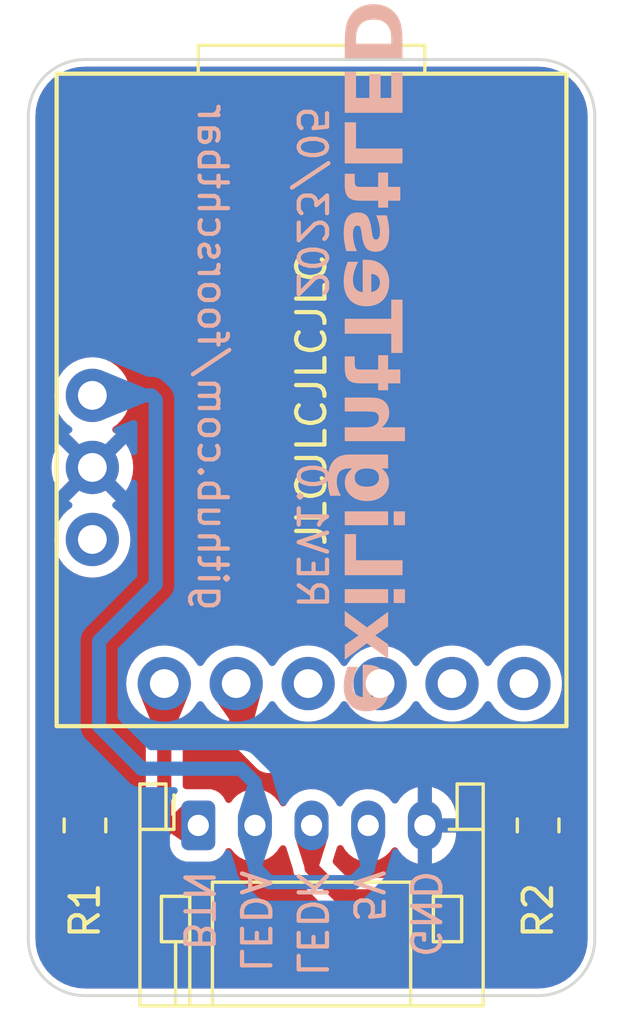
<source format=kicad_pcb>
(kicad_pcb (version 20221018) (generator pcbnew)
  (title_block (title "exiLightTestLED") (date "2023-05-27") (rev "REV1.0") (company "foorschtbar"))
  (layers (0 "F.Cu" signal) (31 "B.Cu" signal) (34 "B.Paste" user) (35 "F.Paste" user) (36 "B.SilkS" user "B.Silkscreen") (37 "F.SilkS" user "F.Silkscreen") (38 "B.Mask" user) (39 "F.Mask" user) (44 "Edge.Cuts" user))
  (net 0 "")
  (net 1 "GND")
  (net 2 "Net-(U1-D1{slash}PWM1)")
  (net 8 "/BTN")
  (net 9 "+5V")
  (net 10 "/LED_K")
  (footprint "Connector_JST:JST_PH_S5B-PH-K_1x05_P2.00mm_Horizontal" (layer "F.Cu") (at 143.7 109.75)
    (fp_text reference "J1" hide)
    (fp_text value "Conn_01x05_Pin" hide)
    (fp_line (start -2.06 -1.46) (end -2.06 6.36) (stroke (width 0.12)) (layer "F.SilkS"))
    (fp_line (start -2.06 0.14) (end -1.14 0.14) (stroke (width 0.12)) (layer "F.SilkS"))
    (fp_line (start -2.06 6.36) (end 10.06 6.36) (stroke (width 0.12)) (layer "F.SilkS"))
    (fp_line (start -1.3 2.5) (end -1.3 4.1) (stroke (width 0.12)) (layer "F.SilkS"))
    (fp_line (start -1.3 4.1) (end -0.3 4.1) (stroke (width 0.12)) (layer "F.SilkS"))
    (fp_line (start -1.14 -1.46) (end -2.06 -1.46) (stroke (width 0.12)) (layer "F.SilkS"))
    (fp_line (start -1.14 0.14) (end -1.14 -1.46) (stroke (width 0.12)) (layer "F.SilkS"))
    (fp_line (start -0.86 0.14) (end -1.14 0.14) (stroke (width 0.12)) (layer "F.SilkS"))
    (fp_line (start -0.86 0.14) (end -0.86 -1.075) (stroke (width 0.12)) (layer "F.SilkS"))
    (fp_line (start -0.8 4.1) (end -0.8 6.36) (stroke (width 0.12)) (layer "F.SilkS"))
    (fp_line (start -0.3 2.5) (end -1.3 2.5) (stroke (width 0.12)) (layer "F.SilkS"))
    (fp_line (start -0.3 4.1) (end -0.3 2.5) (stroke (width 0.12)) (layer "F.SilkS"))
    (fp_line (start -0.3 4.1) (end -0.3 6.36) (stroke (width 0.12)) (layer "F.SilkS"))
    (fp_line (start 0.5 2) (end 7.5 2) (stroke (width 0.12)) (layer "F.SilkS"))
    (fp_line (start 0.5 6.36) (end 0.5 2) (stroke (width 0.12)) (layer "F.SilkS"))
    (fp_line (start 7.5 2) (end 7.5 6.36) (stroke (width 0.12)) (layer "F.SilkS"))
    (fp_line (start 8.3 2.5) (end 9.3 2.5) (stroke (width 0.12)) (layer "F.SilkS"))
    (fp_line (start 8.3 4.1) (end 8.3 2.5) (stroke (width 0.12)) (layer "F.SilkS"))
    (fp_line (start 9.14 -1.46) (end 9.14 0.14) (stroke (width 0.12)) (layer "F.SilkS"))
    (fp_line (start 9.14 0.14) (end 8.86 0.14) (stroke (width 0.12)) (layer "F.SilkS"))
    (fp_line (start 9.3 2.5) (end 9.3 4.1) (stroke (width 0.12)) (layer "F.SilkS"))
    (fp_line (start 9.3 4.1) (end 8.3 4.1) (stroke (width 0.12)) (layer "F.SilkS"))
    (fp_line (start 10.06 -1.46) (end 9.14 -1.46) (stroke (width 0.12)) (layer "F.SilkS"))
    (fp_line (start 10.06 0.14) (end 9.14 0.14) (stroke (width 0.12)) (layer "F.SilkS"))
    (fp_line (start 10.06 6.36) (end 10.06 -1.46) (stroke (width 0.12)) (layer "F.SilkS"))
    (pad "1" thru_hole roundrect (at 0 0) (size 1.2 1.75) (drill 0.75) (layers "*.Cu" "*.Mask") (roundrect_rratio 0.2083333333) (net 8 "/BTN"))
    (pad "2" thru_hole oval (at 2 0) (size 1.2 1.75) (drill 0.75) (layers "*.Cu" "*.Mask") (net 9 "+5V"))
    (pad "3" thru_hole oval (at 4 0) (size 1.2 1.75) (drill 0.75) (layers "*.Cu" "*.Mask") (net 10 "/LED_K"))
    (pad "4" thru_hole oval (at 6 0) (size 1.2 1.75) (drill 0.75) (layers "*.Cu" "*.Mask") (net 9 "+5V"))
    (pad "5" thru_hole oval (at 8 0) (size 1.2 1.75) (drill 0.75) (layers "*.Cu" "*.Mask") (net 1 "GND"))
  )
  (footprint "Resistor_SMD:R_0805_2012Metric_Pad1.20x1.40mm_HandSolder" (layer "F.Cu") (at 155.7 109.75 90)
    (fp_text reference "R2" (at -3 0 90) (layer "F.SilkS"))
    (fp_text value "300R")
    (fp_line (start -0.227064 -0.735) (end 0.227064 -0.735) (stroke (width 0.12)) (layer "F.SilkS"))
    (fp_line (start -0.227064 0.735) (end 0.227064 0.735) (stroke (width 0.12)) (layer "F.SilkS"))
    (pad "1" smd roundrect (at -1 0 90) (size 1.2 1.4) (layers "F.Cu" "F.Paste" "F.Mask") (roundrect_rratio 0.2083333333) (net 10 "/LED_K"))
    (pad "2" smd roundrect (at 1 0 90) (size 1.2 1.4) (layers "F.Cu" "F.Paste" "F.Mask") (roundrect_rratio 0.2083333333) (net 2 "Net-(U1-D1{slash}PWM1)"))
  )
  (footprint "SW-Digistump:Digispark MicroUSB" (layer "F.Cu") (at 148.85 104.75)
    (fp_text reference "U1" hide)
    (fp_text value "Digispark")
    (fp_line (start -10.15 -21.5) (end -10.15 1.5) (stroke (width 0.15)) (layer "F.SilkS"))
    (fp_line (start -10.15 1.5) (end 7.85 1.5) (stroke (width 0.15)) (layer "F.SilkS"))
    (fp_line (start -5.15 -22.5) (end -5.15 -21.5) (stroke (width 0.12)) (layer "F.SilkS"))
    (fp_line (start -5.15 -22.5) (end 2.85 -22.5) (stroke (width 0.12)) (layer "F.SilkS"))
    (fp_line (start 2.85 -22.5) (end 2.85 -21.5) (stroke (width 0.12)) (layer "F.SilkS"))
    (fp_line (start 7.85 -21.5) (end -10.15 -21.5) (stroke (width 0.15)) (layer "F.SilkS"))
    (fp_line (start 7.85 -21.5) (end 7.85 1.5) (stroke (width 0.15)) (layer "F.SilkS"))
    (pad "1" thru_hole circle (at -6.35 0) (size 1.8796 1.8796) (drill 1.016) (layers "*.Cu" "*.Mask") (net 8 "/BTN"))
    (pad "2" thru_hole circle (at -3.81 0) (size 1.8796 1.8796) (drill 1.016) (layers "*.Cu" "*.Mask") (net 2 "Net-(U1-D1{slash}PWM1)"))
    (pad "3" thru_hole circle (at -1.27 0) (size 1.8796 1.8796) (drill 1.016) (layers "*.Cu" "*.Mask"))
    (pad "4" thru_hole circle (at 1.27 0) (size 1.8796 1.8796) (drill 1.016) (layers "*.Cu" "*.Mask"))
    (pad "5" thru_hole circle (at 3.81 0) (size 1.8796 1.8796) (drill 1.016) (layers "*.Cu" "*.Mask"))
    (pad "6" thru_hole circle (at 6.35 0) (size 1.8796 1.8796) (drill 1.016) (layers "*.Cu" "*.Mask"))
    (pad "7" thru_hole circle (at -8.89 -5.08) (size 1.8796 1.8796) (drill 1.016) (layers "*.Cu" "*.Mask"))
    (pad "8" thru_hole circle (at -8.89 -7.62) (size 1.8796 1.8796) (drill 1.016) (layers "*.Cu" "*.Mask") (net 1 "GND"))
    (pad "9" thru_hole circle (at -8.89 -10.16) (size 1.8796 1.8796) (drill 1.016) (layers "*.Cu" "*.Mask") (net 9 "+5V"))
  )
  (footprint "Resistor_SMD:R_0805_2012Metric_Pad1.20x1.40mm_HandSolder" (layer "F.Cu") (at 139.7 109.75 90)
    (fp_text reference "R1" (at -3 0 90) (layer "F.SilkS"))
    (fp_text value "4.7K")
    (fp_line (start -0.227064 -0.735) (end 0.227064 -0.735) (stroke (width 0.12)) (layer "F.SilkS"))
    (fp_line (start -0.227064 0.735) (end 0.227064 0.735) (stroke (width 0.12)) (layer "F.SilkS"))
    (pad "1" smd roundrect (at -1 0 90) (size 1.2 1.4) (layers "F.Cu" "F.Paste" "F.Mask") (roundrect_rratio 0.2083333333) (net 8 "/BTN"))
    (pad "2" smd roundrect (at 1 0 90) (size 1.2 1.4) (layers "F.Cu" "F.Paste" "F.Mask") (roundrect_rratio 0.2083333333) (net 1 "GND"))
  )
  (gr_arc (start 139.7 115.75) (mid 138.285786 115.164214) (end 137.7 113.75) (stroke (width 0.1)) (layer "Edge.Cuts"))
  (gr_arc (start 137.7 84.75) (mid 138.285786 83.335786) (end 139.7 82.75) (stroke (width 0.1)) (layer "Edge.Cuts"))
  (gr_line (start 155.7 115.75) (end 139.7 115.75) (stroke (width 0.1)) (layer "Edge.Cuts"))
  (gr_arc (start 155.7 82.75) (mid 157.114214 83.335786) (end 157.7 84.75) (stroke (width 0.1)) (layer "Edge.Cuts"))
  (gr_line (start 139.7 82.75) (end 155.7 82.75) (stroke (width 0.1)) (layer "Edge.Cuts"))
  (gr_line (start 137.7 113.75) (end 137.7 84.75) (stroke (width 0.1)) (layer "Edge.Cuts"))
  (gr_line (start 157.7 84.75) (end 157.7 113.75) (stroke (width 0.1)) (layer "Edge.Cuts"))
  (gr_arc (start 157.7 113.75) (mid 157.114214 115.164214) (end 155.7 115.75) (stroke (width 0.1)) (layer "Edge.Cuts"))
  (gr_text "LEDA" (at 145.7 111.25 -90) (layer "B.SilkS") (effects (font (size 1 1)) (justify right mirror)))
  (gr_text "github.com/foorschtbar" (at 144.202278 93.25 270) (layer "B.SilkS") (effects (font (size 1 1)) (justify mirror)))
  (gr_text "REV1.0" (at 147.702278 102.194173 270) (layer "B.SilkS") (effects (font (size 1 1)) (justify left mirror)))
  (gr_text "exiLightTestLED" (at 149.702278 93.25 270) (layer "B.SilkS") (effects (font (size 2 2) (thickness 0.3) bold) (justify mirror)))
  (gr_text "BTN" (at 143.7 111.25 -90) (layer "B.SilkS") (effects (font (size 1 1)) (justify right mirror)))
  (gr_text "LEDK" (at 147.7 111.25 -90) (layer "B.SilkS") (effects (font (size 1 1)) (justify right mirror)))
  (gr_text "5V" (at 149.7 111.25 -90) (layer "B.SilkS") (effects (font (size 1 1)) (justify right mirror)))
  (gr_text "2023/05" (at 147.702279 84.305827 270) (layer "B.SilkS") (effects (font (size 1 1)) (justify right mirror)))
  (gr_text "GND" (at 151.7 111.25 -90) (layer "B.SilkS") (effects (font (size 1 1)) (justify right mirror)))
  (gr_text "JLCJLCJLCJLC" (at 147.7 94.75 90) (layer "F.SilkS") (effects (font (size 1 1))))
  (segment (start 154.2 107.25) (end 155.7 108.75) (width 0.5) (layer "F.Cu") (net 2))
  (segment (start 146.2 107.25) (end 145.04 106.09) (width 0.5) (layer "F.Cu") (net 2))
  (segment (start 146.2 107.25) (end 154.2 107.25) (width 0.5) (layer "F.Cu") (net 2))
  (segment (start 145.04 106.09) (end 145.04 104.75) (width 0.5) (layer "F.Cu") (net 2))
  (segment (start 142.7 109.75) (end 143.7 109.75) (width 0.5) (layer "F.Cu") (net 8))
  (segment (start 139.7 110.75) (end 141.7 110.75) (width 0.5) (layer "F.Cu") (net 8))
  (segment (start 141.7 110.75) (end 142.5 109.95) (width 0.5) (layer "F.Cu") (net 8))
  (segment (start 142.5 109.55) (end 142.7 109.75) (width 0.5) (layer "F.Cu") (net 8))
  (segment (start 142.5 104.75) (end 142.5 109.55) (width 0.5) (layer "F.Cu") (net 8))
  (segment (start 142.5 109.95) (end 142.5 109.55) (width 0.5) (layer "F.Cu") (net 8))
  (segment (start 145.7 108.25) (end 145.2 107.75) (width 0.5) (layer "B.Cu") (net 9))
  (segment (start 140.2 106.25) (end 141.7 107.75) (width 0.5) (layer "B.Cu") (net 9))
  (segment (start 142.04 94.59) (end 142.2 94.75) (width 0.5) (layer "B.Cu") (net 9))
  (segment (start 146.2 111.75) (end 145.7 111.25) (width 0.5) (layer "B.Cu") (net 9))
  (segment (start 142.2 94.75) (end 142.2 101.25) (width 0.5) (layer "B.Cu") (net 9))
  (segment (start 139.96 94.59) (end 142.04 94.59) (width 0.5) (layer "B.Cu") (net 9))
  (segment (start 141.7 107.75) (end 145.2 107.75) (width 0.5) (layer "B.Cu") (net 9))
  (segment (start 142.2 101.25) (end 140.2 103.25) (width 0.5) (layer "B.Cu") (net 9))
  (segment (start 140.2 103.25) (end 140.2 106.25) (width 0.5) (layer "B.Cu") (net 9))
  (segment (start 145.7 111.25) (end 145.7 109.75) (width 0.5) (layer "B.Cu") (net 9))
  (segment (start 149.2 111.75) (end 146.2 111.75) (width 0.5) (layer "B.Cu") (net 9))
  (segment (start 149.7 109.75) (end 149.7 111.25) (width 0.5) (layer "B.Cu") (net 9))
  (segment (start 145.7 109.75) (end 145.7 108.25) (width 0.5) (layer "B.Cu") (net 9))
  (segment (start 149.7 111.25) (end 149.2 111.75) (width 0.5) (layer "B.Cu") (net 9))
  (segment (start 154.2 112.25) (end 148.7 112.25) (width 0.5) (layer "F.Cu") (net 10))
  (segment (start 147.7 111.25) (end 147.7 109.75) (width 0.5) (layer "F.Cu") (net 10))
  (segment (start 155.7 110.75) (end 154.2 112.25) (width 0.5) (layer "F.Cu") (net 10))
  (segment (start 148.7 112.25) (end 147.7 111.25) (width 0.5) (layer "F.Cu") (net 10))
  (zone (net 1) (net_name "GND") (layers "F&B.Cu") (connect_pads (clearance 0.4)) (min_thickness 0.25) (fill yes (thermal_gap 0.5) (thermal_bridge_width 0.5))
    (polygon (pts (xy 158.7 81.75) (xy 136.7 81.75) (xy 136.7 116.75) (xy 158.7 116.75)))
  )
)
</source>
